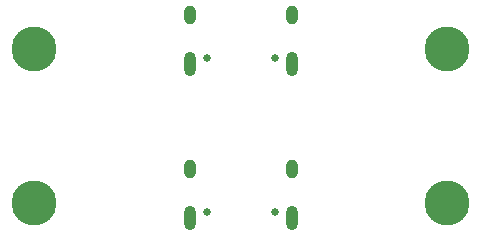
<source format=gbr>
%TF.GenerationSoftware,KiCad,Pcbnew,5.1.10-88a1d61d58~90~ubuntu20.04.1*%
%TF.CreationDate,2022-01-21T20:24:49-08:00*%
%TF.ProjectId,kb-db_panel,6b622d64-625f-4706-916e-656c2e6b6963,rev?*%
%TF.SameCoordinates,Original*%
%TF.FileFunction,Soldermask,Bot*%
%TF.FilePolarity,Negative*%
%FSLAX46Y46*%
G04 Gerber Fmt 4.6, Leading zero omitted, Abs format (unit mm)*
G04 Created by KiCad (PCBNEW 5.1.10-88a1d61d58~90~ubuntu20.04.1) date 2022-01-21 20:24:49*
%MOMM*%
%LPD*%
G01*
G04 APERTURE LIST*
%ADD10C,3.800000*%
%ADD11O,1.000000X1.600000*%
%ADD12O,1.000000X2.100000*%
%ADD13C,0.650000*%
G04 APERTURE END LIST*
D10*
%TO.C,H2*%
X61487000Y-76472000D03*
%TD*%
%TO.C,H1*%
X96487000Y-76472000D03*
%TD*%
D11*
%TO.C,USB1*%
X74672000Y-73579000D03*
X83312000Y-73579000D03*
D12*
X74672000Y-77759000D03*
X83312000Y-77759000D03*
D13*
X81882000Y-77229000D03*
X76102000Y-77229000D03*
%TD*%
D10*
%TO.C,H2*%
X61487000Y-63472000D03*
%TD*%
%TO.C,H1*%
X96487000Y-63472000D03*
%TD*%
D13*
%TO.C,USB1*%
X76102000Y-64229000D03*
X81882000Y-64229000D03*
D12*
X83312000Y-64759000D03*
X74672000Y-64759000D03*
D11*
X83312000Y-60579000D03*
X74672000Y-60579000D03*
%TD*%
M02*

</source>
